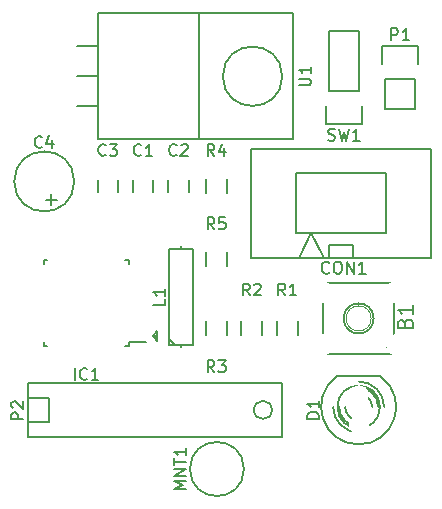
<source format=gbr>
G04 #@! TF.GenerationSoftware,KiCad,Pcbnew,(2017-09-19 revision dddaa7e69)-makepkg*
G04 #@! TF.CreationDate,2017-11-10T01:58:25+01:00*
G04 #@! TF.ProjectId,RICOH_SP112_TONER_CHIP_RESETTER,5249434F485F53503131325F544F4E45,1*
G04 #@! TF.SameCoordinates,Original*
G04 #@! TF.FileFunction,Legend,Top*
G04 #@! TF.FilePolarity,Positive*
%FSLAX46Y46*%
G04 Gerber Fmt 4.6, Leading zero omitted, Abs format (unit mm)*
G04 Created by KiCad (PCBNEW (2017-09-19 revision dddaa7e69)-makepkg) date 11/10/17 01:58:25*
%MOMM*%
%LPD*%
G01*
G04 APERTURE LIST*
%ADD10C,0.200000*%
%ADD11C,0.127000*%
%ADD12C,0.100000*%
%ADD13C,0.063500*%
%ADD14C,0.150000*%
%ADD15C,0.203200*%
%ADD16C,1.905000*%
%ADD17C,1.501140*%
%ADD18R,1.524000X1.524000*%
%ADD19C,1.524000*%
%ADD20C,1.676400*%
%ADD21R,1.600000X0.550000*%
%ADD22R,0.550000X1.600000*%
%ADD23R,2.032000X2.032000*%
%ADD24O,2.032000X2.032000*%
%ADD25R,2.032000X1.727200*%
%ADD26O,2.032000X1.727200*%
%ADD27O,2.499360X1.501140*%
%ADD28C,3.799840*%
%ADD29R,1.250000X1.500000*%
%ADD30R,1.300000X1.500000*%
%ADD31C,4.000000*%
%ADD32C,2.200000*%
G04 APERTURE END LIST*
D10*
X147100000Y-111400000D02*
X147100000Y-111600000D01*
X146800000Y-111500000D02*
X147100000Y-111500000D01*
X147200000Y-111900000D02*
X146800000Y-111500000D01*
X147200000Y-111100000D02*
X147200000Y-111900000D01*
X146800000Y-111500000D02*
X147200000Y-111100000D01*
D11*
X167249740Y-107200920D02*
X167747580Y-107200920D01*
X167747580Y-107200920D02*
X167747580Y-108300740D01*
X167747580Y-108300740D02*
X167249740Y-108300740D01*
X167249740Y-111699260D02*
X167747580Y-111699260D01*
X167747580Y-111699260D02*
X167747580Y-112799080D01*
X167747580Y-112799080D02*
X167249740Y-112799080D01*
X161250260Y-112799080D02*
X160752420Y-112799080D01*
X160752420Y-112799080D02*
X160752420Y-111699260D01*
X160752420Y-111699260D02*
X161250260Y-111699260D01*
X161250260Y-107200920D02*
X160752420Y-107200920D01*
X160752420Y-107200920D02*
X160752420Y-108300740D01*
X160752420Y-108300740D02*
X161250260Y-108300740D01*
X167148140Y-107000260D02*
X161351860Y-107000260D01*
X161250260Y-107101860D02*
X161250260Y-108300740D01*
X161250260Y-108300740D02*
X161250260Y-111699260D01*
X161250260Y-111699260D02*
X161250260Y-112898140D01*
X161351860Y-112999740D02*
X167148140Y-112999740D01*
X167249740Y-112898140D02*
X167249740Y-111699260D01*
X167249740Y-111699260D02*
X167249740Y-108300740D01*
X167249740Y-108300740D02*
X167249740Y-107101860D01*
D12*
X165309670Y-110000000D02*
G75*
G03X165309670Y-110000000I-1059670J0D01*
G01*
D13*
X166889452Y-107500640D02*
G75*
G03X166889452Y-107500640I-140092J0D01*
G01*
X166889452Y-112499360D02*
G75*
G03X166889452Y-112499360I-140092J0D01*
G01*
X161890732Y-112499360D02*
G75*
G03X161890732Y-112499360I-140092J0D01*
G01*
X161890732Y-107500640D02*
G75*
G03X161890732Y-107500640I-140092J0D01*
G01*
D10*
X165521604Y-110000000D02*
G75*
G03X165521604Y-110000000I-1271604J0D01*
G01*
D11*
X167249740Y-107101860D02*
G75*
G03X167148140Y-107000260I-101600J0D01*
G01*
X161351860Y-107000260D02*
G75*
G03X161250260Y-107101860I0J-101600D01*
G01*
X161250260Y-112898140D02*
G75*
G03X161351860Y-112999740I101600J0D01*
G01*
X167148140Y-112999740D02*
G75*
G03X167249740Y-112898140I0J101600D01*
G01*
D14*
X138747600Y-99949400D02*
X137782400Y-99949400D01*
X138239600Y-100432000D02*
X138239600Y-99466800D01*
X140170000Y-98400000D02*
G75*
G03X140170000Y-98400000I-2540000J0D01*
G01*
X160250000Y-102750000D02*
X161250000Y-104750000D01*
X160250000Y-102750000D02*
X159250000Y-104750000D01*
X163750000Y-104750000D02*
X163750000Y-103750000D01*
X163750000Y-103750000D02*
X161750000Y-103750000D01*
X161750000Y-103750000D02*
X161750000Y-104750000D01*
X155130000Y-104850000D02*
X170370000Y-104850000D01*
X170370000Y-104850000D02*
X170370000Y-95650000D01*
X170370000Y-95650000D02*
X155130000Y-95650000D01*
X155130000Y-95650000D02*
X155130000Y-104850000D01*
D15*
X166560000Y-102790000D02*
X158940000Y-102790000D01*
X158940000Y-97710000D02*
X166560000Y-97710000D01*
X166560000Y-97710000D02*
X166560000Y-102790000D01*
X158940000Y-102790000D02*
X158940000Y-97710000D01*
D14*
X166155000Y-114905200D02*
X162345000Y-114905200D01*
X166046051Y-117496000D02*
G75*
G03X166046051Y-117496000I-1796051J0D01*
G01*
X162342332Y-114958003D02*
G75*
G03X166155000Y-114956000I1907668J-2537997D01*
G01*
X163107000Y-117496000D02*
G75*
G03X164250000Y-118639000I1143000J0D01*
G01*
X165393000Y-117496000D02*
G75*
G03X164250000Y-116353000I-1143000J0D01*
G01*
X162599000Y-117496000D02*
G75*
G03X164250000Y-119147000I1651000J0D01*
G01*
X165901000Y-117496000D02*
G75*
G03X164250000Y-115845000I-1651000J0D01*
G01*
X162091000Y-117496000D02*
G75*
G03X164250000Y-119655000I2159000J0D01*
G01*
X166409000Y-117496000D02*
G75*
G03X164250000Y-115337000I-2159000J0D01*
G01*
X144825000Y-112325000D02*
X144825000Y-112000000D01*
X137575000Y-112325000D02*
X137575000Y-112000000D01*
X137575000Y-105075000D02*
X137575000Y-105400000D01*
X144825000Y-105075000D02*
X144825000Y-105400000D01*
X144825000Y-112325000D02*
X144500000Y-112325000D01*
X144825000Y-105075000D02*
X144500000Y-105075000D01*
X137575000Y-105075000D02*
X137900000Y-105075000D01*
X137575000Y-112325000D02*
X137900000Y-112325000D01*
X144825000Y-112000000D02*
X146250000Y-112000000D01*
X149200000Y-113280000D02*
X149200000Y-112264000D01*
X149200000Y-112264000D02*
X148184000Y-112264000D01*
X148184000Y-112264000D02*
X148184000Y-104136000D01*
X148184000Y-104136000D02*
X150216000Y-104136000D01*
X150216000Y-104136000D02*
X150216000Y-112264000D01*
X150216000Y-112264000D02*
X149200000Y-112264000D01*
X148692000Y-112264000D02*
X148184000Y-111756000D01*
X149200000Y-103120000D02*
X149200000Y-104136000D01*
X169020000Y-89770000D02*
X169020000Y-92310000D01*
X169300000Y-86950000D02*
X169300000Y-88500000D01*
X169020000Y-89770000D02*
X166480000Y-89770000D01*
X166200000Y-88500000D02*
X166200000Y-86950000D01*
X166200000Y-86950000D02*
X169300000Y-86950000D01*
X166480000Y-89770000D02*
X166480000Y-92310000D01*
X166480000Y-92310000D02*
X169020000Y-92310000D01*
X164270000Y-90730000D02*
X164270000Y-85650000D01*
X164270000Y-85650000D02*
X161730000Y-85650000D01*
X161730000Y-85650000D02*
X161730000Y-90730000D01*
X161450000Y-93550000D02*
X161450000Y-92000000D01*
X161730000Y-90730000D02*
X164270000Y-90730000D01*
X164550000Y-92000000D02*
X164550000Y-93550000D01*
X164550000Y-93550000D02*
X161450000Y-93550000D01*
X157778472Y-89500000D02*
G75*
G03X157778472Y-89500000I-2514472J0D01*
G01*
X142183000Y-86960000D02*
X140405000Y-86960000D01*
X142183000Y-89500000D02*
X140405000Y-89500000D01*
X142183000Y-92040000D02*
X140405000Y-92040000D01*
X150692000Y-94834000D02*
X158693000Y-94834000D01*
X158693000Y-94834000D02*
X158693000Y-84166000D01*
X158693000Y-84166000D02*
X150692000Y-84166000D01*
X142183000Y-94834000D02*
X150692000Y-94834000D01*
X150692000Y-94834000D02*
X150692000Y-84166000D01*
X150692000Y-84166000D02*
X142183000Y-84166000D01*
X142183000Y-89500000D02*
X142183000Y-84166000D01*
X142183000Y-89500000D02*
X142183000Y-94834000D01*
X145150000Y-98300000D02*
X145150000Y-99300000D01*
X146850000Y-99300000D02*
X146850000Y-98300000D01*
X148150000Y-98300000D02*
X148150000Y-99300000D01*
X149850000Y-99300000D02*
X149850000Y-98300000D01*
X142150000Y-98300000D02*
X142150000Y-99300000D01*
X143850000Y-99300000D02*
X143850000Y-98300000D01*
X156075000Y-110200000D02*
X156075000Y-111400000D01*
X154325000Y-111400000D02*
X154325000Y-110200000D01*
X151325000Y-111400000D02*
X151325000Y-110200000D01*
X153075000Y-110200000D02*
X153075000Y-111400000D01*
X159075000Y-110200000D02*
X159075000Y-111400000D01*
X157325000Y-111400000D02*
X157325000Y-110200000D01*
X153075000Y-98200000D02*
X153075000Y-99400000D01*
X151325000Y-99400000D02*
X151325000Y-98200000D01*
X153075000Y-104400000D02*
X153075000Y-105600000D01*
X151325000Y-105600000D02*
X151325000Y-104400000D01*
X154536000Y-122750000D02*
G75*
G03X154536000Y-122750000I-2286000J0D01*
G01*
X156913217Y-117750000D02*
G75*
G03X156913217Y-117750000I-763217J0D01*
G01*
X136250000Y-118750000D02*
X138000000Y-118750000D01*
X138000000Y-118750000D02*
X138000000Y-116750000D01*
X138000000Y-116750000D02*
X136250000Y-116750000D01*
X136250000Y-120000000D02*
X157750000Y-120000000D01*
X157750000Y-120000000D02*
X157750000Y-115500000D01*
X157750000Y-115500000D02*
X136250000Y-115500000D01*
X136250000Y-115500000D02*
X136250000Y-120000000D01*
X168159285Y-110414047D02*
X168219761Y-110232619D01*
X168280238Y-110172142D01*
X168401190Y-110111666D01*
X168582619Y-110111666D01*
X168703571Y-110172142D01*
X168764047Y-110232619D01*
X168824523Y-110353571D01*
X168824523Y-110837380D01*
X167554523Y-110837380D01*
X167554523Y-110414047D01*
X167615000Y-110293095D01*
X167675476Y-110232619D01*
X167796428Y-110172142D01*
X167917380Y-110172142D01*
X168038333Y-110232619D01*
X168098809Y-110293095D01*
X168159285Y-110414047D01*
X168159285Y-110837380D01*
X168824523Y-108902142D02*
X168824523Y-109627857D01*
X168824523Y-109265000D02*
X167554523Y-109265000D01*
X167735952Y-109385952D01*
X167856904Y-109506904D01*
X167917380Y-109627857D01*
X137433333Y-95457142D02*
X137385714Y-95504761D01*
X137242857Y-95552380D01*
X137147619Y-95552380D01*
X137004761Y-95504761D01*
X136909523Y-95409523D01*
X136861904Y-95314285D01*
X136814285Y-95123809D01*
X136814285Y-94980952D01*
X136861904Y-94790476D01*
X136909523Y-94695238D01*
X137004761Y-94600000D01*
X137147619Y-94552380D01*
X137242857Y-94552380D01*
X137385714Y-94600000D01*
X137433333Y-94647619D01*
X138290476Y-94885714D02*
X138290476Y-95552380D01*
X138052380Y-94504761D02*
X137814285Y-95219047D01*
X138433333Y-95219047D01*
D15*
X161766285Y-106112857D02*
X161717904Y-106161238D01*
X161572761Y-106209619D01*
X161476000Y-106209619D01*
X161330857Y-106161238D01*
X161234095Y-106064476D01*
X161185714Y-105967714D01*
X161137333Y-105774190D01*
X161137333Y-105629047D01*
X161185714Y-105435523D01*
X161234095Y-105338761D01*
X161330857Y-105242000D01*
X161476000Y-105193619D01*
X161572761Y-105193619D01*
X161717904Y-105242000D01*
X161766285Y-105290380D01*
X162395238Y-105193619D02*
X162588761Y-105193619D01*
X162685523Y-105242000D01*
X162782285Y-105338761D01*
X162830666Y-105532285D01*
X162830666Y-105870952D01*
X162782285Y-106064476D01*
X162685523Y-106161238D01*
X162588761Y-106209619D01*
X162395238Y-106209619D01*
X162298476Y-106161238D01*
X162201714Y-106064476D01*
X162153333Y-105870952D01*
X162153333Y-105532285D01*
X162201714Y-105338761D01*
X162298476Y-105242000D01*
X162395238Y-105193619D01*
X163266095Y-106209619D02*
X163266095Y-105193619D01*
X163846666Y-106209619D01*
X163846666Y-105193619D01*
X164862666Y-106209619D02*
X164282095Y-106209619D01*
X164572380Y-106209619D02*
X164572380Y-105193619D01*
X164475619Y-105338761D01*
X164378857Y-105435523D01*
X164282095Y-105483904D01*
D14*
X160892380Y-118488095D02*
X159892380Y-118488095D01*
X159892380Y-118250000D01*
X159940000Y-118107142D01*
X160035238Y-118011904D01*
X160130476Y-117964285D01*
X160320952Y-117916666D01*
X160463809Y-117916666D01*
X160654285Y-117964285D01*
X160749523Y-118011904D01*
X160844761Y-118107142D01*
X160892380Y-118250000D01*
X160892380Y-118488095D01*
X160892380Y-116964285D02*
X160892380Y-117535714D01*
X160892380Y-117250000D02*
X159892380Y-117250000D01*
X160035238Y-117345238D01*
X160130476Y-117440476D01*
X160178095Y-117535714D01*
X140223809Y-115202380D02*
X140223809Y-114202380D01*
X141271428Y-115107142D02*
X141223809Y-115154761D01*
X141080952Y-115202380D01*
X140985714Y-115202380D01*
X140842857Y-115154761D01*
X140747619Y-115059523D01*
X140700000Y-114964285D01*
X140652380Y-114773809D01*
X140652380Y-114630952D01*
X140700000Y-114440476D01*
X140747619Y-114345238D01*
X140842857Y-114250000D01*
X140985714Y-114202380D01*
X141080952Y-114202380D01*
X141223809Y-114250000D01*
X141271428Y-114297619D01*
X142223809Y-115202380D02*
X141652380Y-115202380D01*
X141938095Y-115202380D02*
X141938095Y-114202380D01*
X141842857Y-114345238D01*
X141747619Y-114440476D01*
X141652380Y-114488095D01*
X147852380Y-108366666D02*
X147852380Y-108842857D01*
X146852380Y-108842857D01*
X147852380Y-107509523D02*
X147852380Y-108080952D01*
X147852380Y-107795238D02*
X146852380Y-107795238D01*
X146995238Y-107890476D01*
X147090476Y-107985714D01*
X147138095Y-108080952D01*
X167011904Y-86452380D02*
X167011904Y-85452380D01*
X167392857Y-85452380D01*
X167488095Y-85500000D01*
X167535714Y-85547619D01*
X167583333Y-85642857D01*
X167583333Y-85785714D01*
X167535714Y-85880952D01*
X167488095Y-85928571D01*
X167392857Y-85976190D01*
X167011904Y-85976190D01*
X168535714Y-86452380D02*
X167964285Y-86452380D01*
X168250000Y-86452380D02*
X168250000Y-85452380D01*
X168154761Y-85595238D01*
X168059523Y-85690476D01*
X167964285Y-85738095D01*
X161666666Y-94904761D02*
X161809523Y-94952380D01*
X162047619Y-94952380D01*
X162142857Y-94904761D01*
X162190476Y-94857142D01*
X162238095Y-94761904D01*
X162238095Y-94666666D01*
X162190476Y-94571428D01*
X162142857Y-94523809D01*
X162047619Y-94476190D01*
X161857142Y-94428571D01*
X161761904Y-94380952D01*
X161714285Y-94333333D01*
X161666666Y-94238095D01*
X161666666Y-94142857D01*
X161714285Y-94047619D01*
X161761904Y-94000000D01*
X161857142Y-93952380D01*
X162095238Y-93952380D01*
X162238095Y-94000000D01*
X162571428Y-93952380D02*
X162809523Y-94952380D01*
X163000000Y-94238095D01*
X163190476Y-94952380D01*
X163428571Y-93952380D01*
X164333333Y-94952380D02*
X163761904Y-94952380D01*
X164047619Y-94952380D02*
X164047619Y-93952380D01*
X163952380Y-94095238D01*
X163857142Y-94190476D01*
X163761904Y-94238095D01*
X159202380Y-90261904D02*
X160011904Y-90261904D01*
X160107142Y-90214285D01*
X160154761Y-90166666D01*
X160202380Y-90071428D01*
X160202380Y-89880952D01*
X160154761Y-89785714D01*
X160107142Y-89738095D01*
X160011904Y-89690476D01*
X159202380Y-89690476D01*
X160202380Y-88690476D02*
X160202380Y-89261904D01*
X160202380Y-88976190D02*
X159202380Y-88976190D01*
X159345238Y-89071428D01*
X159440476Y-89166666D01*
X159488095Y-89261904D01*
X145833333Y-96157142D02*
X145785714Y-96204761D01*
X145642857Y-96252380D01*
X145547619Y-96252380D01*
X145404761Y-96204761D01*
X145309523Y-96109523D01*
X145261904Y-96014285D01*
X145214285Y-95823809D01*
X145214285Y-95680952D01*
X145261904Y-95490476D01*
X145309523Y-95395238D01*
X145404761Y-95300000D01*
X145547619Y-95252380D01*
X145642857Y-95252380D01*
X145785714Y-95300000D01*
X145833333Y-95347619D01*
X146785714Y-96252380D02*
X146214285Y-96252380D01*
X146500000Y-96252380D02*
X146500000Y-95252380D01*
X146404761Y-95395238D01*
X146309523Y-95490476D01*
X146214285Y-95538095D01*
X148833333Y-96157142D02*
X148785714Y-96204761D01*
X148642857Y-96252380D01*
X148547619Y-96252380D01*
X148404761Y-96204761D01*
X148309523Y-96109523D01*
X148261904Y-96014285D01*
X148214285Y-95823809D01*
X148214285Y-95680952D01*
X148261904Y-95490476D01*
X148309523Y-95395238D01*
X148404761Y-95300000D01*
X148547619Y-95252380D01*
X148642857Y-95252380D01*
X148785714Y-95300000D01*
X148833333Y-95347619D01*
X149214285Y-95347619D02*
X149261904Y-95300000D01*
X149357142Y-95252380D01*
X149595238Y-95252380D01*
X149690476Y-95300000D01*
X149738095Y-95347619D01*
X149785714Y-95442857D01*
X149785714Y-95538095D01*
X149738095Y-95680952D01*
X149166666Y-96252380D01*
X149785714Y-96252380D01*
X142833333Y-96157142D02*
X142785714Y-96204761D01*
X142642857Y-96252380D01*
X142547619Y-96252380D01*
X142404761Y-96204761D01*
X142309523Y-96109523D01*
X142261904Y-96014285D01*
X142214285Y-95823809D01*
X142214285Y-95680952D01*
X142261904Y-95490476D01*
X142309523Y-95395238D01*
X142404761Y-95300000D01*
X142547619Y-95252380D01*
X142642857Y-95252380D01*
X142785714Y-95300000D01*
X142833333Y-95347619D01*
X143166666Y-95252380D02*
X143785714Y-95252380D01*
X143452380Y-95633333D01*
X143595238Y-95633333D01*
X143690476Y-95680952D01*
X143738095Y-95728571D01*
X143785714Y-95823809D01*
X143785714Y-96061904D01*
X143738095Y-96157142D01*
X143690476Y-96204761D01*
X143595238Y-96252380D01*
X143309523Y-96252380D01*
X143214285Y-96204761D01*
X143166666Y-96157142D01*
X155033333Y-108052380D02*
X154700000Y-107576190D01*
X154461904Y-108052380D02*
X154461904Y-107052380D01*
X154842857Y-107052380D01*
X154938095Y-107100000D01*
X154985714Y-107147619D01*
X155033333Y-107242857D01*
X155033333Y-107385714D01*
X154985714Y-107480952D01*
X154938095Y-107528571D01*
X154842857Y-107576190D01*
X154461904Y-107576190D01*
X155414285Y-107147619D02*
X155461904Y-107100000D01*
X155557142Y-107052380D01*
X155795238Y-107052380D01*
X155890476Y-107100000D01*
X155938095Y-107147619D01*
X155985714Y-107242857D01*
X155985714Y-107338095D01*
X155938095Y-107480952D01*
X155366666Y-108052380D01*
X155985714Y-108052380D01*
X152033333Y-114552380D02*
X151700000Y-114076190D01*
X151461904Y-114552380D02*
X151461904Y-113552380D01*
X151842857Y-113552380D01*
X151938095Y-113600000D01*
X151985714Y-113647619D01*
X152033333Y-113742857D01*
X152033333Y-113885714D01*
X151985714Y-113980952D01*
X151938095Y-114028571D01*
X151842857Y-114076190D01*
X151461904Y-114076190D01*
X152366666Y-113552380D02*
X152985714Y-113552380D01*
X152652380Y-113933333D01*
X152795238Y-113933333D01*
X152890476Y-113980952D01*
X152938095Y-114028571D01*
X152985714Y-114123809D01*
X152985714Y-114361904D01*
X152938095Y-114457142D01*
X152890476Y-114504761D01*
X152795238Y-114552380D01*
X152509523Y-114552380D01*
X152414285Y-114504761D01*
X152366666Y-114457142D01*
X158033333Y-108052380D02*
X157700000Y-107576190D01*
X157461904Y-108052380D02*
X157461904Y-107052380D01*
X157842857Y-107052380D01*
X157938095Y-107100000D01*
X157985714Y-107147619D01*
X158033333Y-107242857D01*
X158033333Y-107385714D01*
X157985714Y-107480952D01*
X157938095Y-107528571D01*
X157842857Y-107576190D01*
X157461904Y-107576190D01*
X158985714Y-108052380D02*
X158414285Y-108052380D01*
X158700000Y-108052380D02*
X158700000Y-107052380D01*
X158604761Y-107195238D01*
X158509523Y-107290476D01*
X158414285Y-107338095D01*
X152033333Y-96252380D02*
X151700000Y-95776190D01*
X151461904Y-96252380D02*
X151461904Y-95252380D01*
X151842857Y-95252380D01*
X151938095Y-95300000D01*
X151985714Y-95347619D01*
X152033333Y-95442857D01*
X152033333Y-95585714D01*
X151985714Y-95680952D01*
X151938095Y-95728571D01*
X151842857Y-95776190D01*
X151461904Y-95776190D01*
X152890476Y-95585714D02*
X152890476Y-96252380D01*
X152652380Y-95204761D02*
X152414285Y-95919047D01*
X153033333Y-95919047D01*
X152033333Y-102452380D02*
X151700000Y-101976190D01*
X151461904Y-102452380D02*
X151461904Y-101452380D01*
X151842857Y-101452380D01*
X151938095Y-101500000D01*
X151985714Y-101547619D01*
X152033333Y-101642857D01*
X152033333Y-101785714D01*
X151985714Y-101880952D01*
X151938095Y-101928571D01*
X151842857Y-101976190D01*
X151461904Y-101976190D01*
X152938095Y-101452380D02*
X152461904Y-101452380D01*
X152414285Y-101928571D01*
X152461904Y-101880952D01*
X152557142Y-101833333D01*
X152795238Y-101833333D01*
X152890476Y-101880952D01*
X152938095Y-101928571D01*
X152985714Y-102023809D01*
X152985714Y-102261904D01*
X152938095Y-102357142D01*
X152890476Y-102404761D01*
X152795238Y-102452380D01*
X152557142Y-102452380D01*
X152461904Y-102404761D01*
X152414285Y-102357142D01*
X149654380Y-124464285D02*
X148654380Y-124464285D01*
X149368666Y-124130952D01*
X148654380Y-123797619D01*
X149654380Y-123797619D01*
X149654380Y-123321428D02*
X148654380Y-123321428D01*
X149654380Y-122750000D01*
X148654380Y-122750000D01*
X148654380Y-122416666D02*
X148654380Y-121845238D01*
X149654380Y-122130952D02*
X148654380Y-122130952D01*
X149654380Y-120988095D02*
X149654380Y-121559523D01*
X149654380Y-121273809D02*
X148654380Y-121273809D01*
X148797238Y-121369047D01*
X148892476Y-121464285D01*
X148940095Y-121559523D01*
X135852380Y-118538095D02*
X134852380Y-118538095D01*
X134852380Y-118157142D01*
X134900000Y-118061904D01*
X134947619Y-118014285D01*
X135042857Y-117966666D01*
X135185714Y-117966666D01*
X135280952Y-118014285D01*
X135328571Y-118061904D01*
X135376190Y-118157142D01*
X135376190Y-118538095D01*
X134947619Y-117585714D02*
X134900000Y-117538095D01*
X134852380Y-117442857D01*
X134852380Y-117204761D01*
X134900000Y-117109523D01*
X134947619Y-117061904D01*
X135042857Y-117014285D01*
X135138095Y-117014285D01*
X135280952Y-117061904D01*
X135852380Y-117633333D01*
X135852380Y-117014285D01*
%LPC*%
D16*
X167498660Y-107752100D03*
X161052140Y-107752100D03*
X167549460Y-112247900D03*
X161100400Y-112247900D03*
D17*
X136360000Y-98400000D03*
X138900000Y-98400000D03*
D18*
X160210000Y-101520000D03*
D19*
X160210000Y-98980000D03*
X162750000Y-101520000D03*
X162750000Y-98980000D03*
X165290000Y-101520000D03*
X165290000Y-98980000D03*
D20*
X164250000Y-119020000D03*
X164250000Y-116480000D03*
D21*
X145450000Y-111500000D03*
X145450000Y-110700000D03*
X145450000Y-109900000D03*
X145450000Y-109100000D03*
X145450000Y-108300000D03*
X145450000Y-107500000D03*
X145450000Y-106700000D03*
X145450000Y-105900000D03*
D22*
X144000000Y-104450000D03*
X143200000Y-104450000D03*
X142400000Y-104450000D03*
X141600000Y-104450000D03*
X140800000Y-104450000D03*
X140000000Y-104450000D03*
X139200000Y-104450000D03*
X138400000Y-104450000D03*
D21*
X136950000Y-105900000D03*
X136950000Y-106700000D03*
X136950000Y-107500000D03*
X136950000Y-108300000D03*
X136950000Y-109100000D03*
X136950000Y-109900000D03*
X136950000Y-110700000D03*
X136950000Y-111500000D03*
D22*
X138400000Y-112950000D03*
X139200000Y-112950000D03*
X140000000Y-112950000D03*
X140800000Y-112950000D03*
X141600000Y-112950000D03*
X142400000Y-112950000D03*
X143200000Y-112950000D03*
X144000000Y-112950000D03*
D19*
X149200000Y-113280000D03*
X149200000Y-103120000D03*
D23*
X167750000Y-88500000D03*
D24*
X167750000Y-91040000D03*
D25*
X163000000Y-92000000D03*
D26*
X163000000Y-89460000D03*
X163000000Y-86920000D03*
D27*
X138500000Y-89500000D03*
X138500000Y-86960000D03*
X138500000Y-92040000D03*
D28*
X155264000Y-89500000D03*
D29*
X146000000Y-100050000D03*
X146000000Y-97550000D03*
X149000000Y-100050000D03*
X149000000Y-97550000D03*
X143000000Y-100050000D03*
X143000000Y-97550000D03*
D30*
X155200000Y-112150000D03*
X155200000Y-109450000D03*
X152200000Y-109450000D03*
X152200000Y-112150000D03*
X158200000Y-112150000D03*
X158200000Y-109450000D03*
X152200000Y-100150000D03*
X152200000Y-97450000D03*
X152200000Y-106350000D03*
X152200000Y-103650000D03*
D31*
X152250000Y-122750000D03*
D32*
X141000000Y-117750000D03*
X145000000Y-117750000D03*
X149000000Y-117750000D03*
X153000000Y-117750000D03*
M02*

</source>
